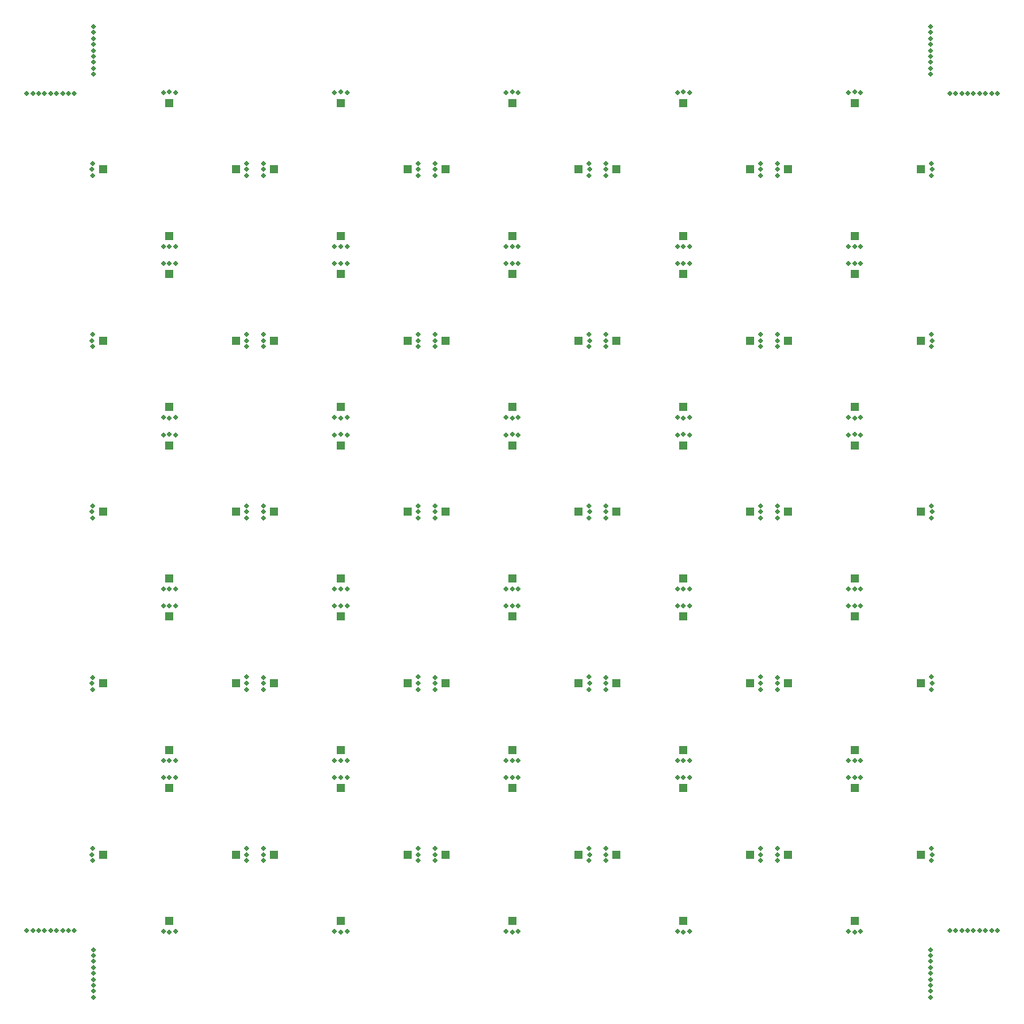
<source format=gbs>
%TF.GenerationSoftware,KiCad,Pcbnew,7.0.5-1.fc38*%
%TF.CreationDate,2023-07-07T14:20:18-04:00*%
%TF.ProjectId,bno085-i2c-board-v3-large-panel,626e6f30-3835-42d6-9932-632d626f6172,rev?*%
%TF.SameCoordinates,Original*%
%TF.FileFunction,Soldermask,Bot*%
%TF.FilePolarity,Negative*%
%FSLAX46Y46*%
G04 Gerber Fmt 4.6, Leading zero omitted, Abs format (unit mm)*
G04 Created by KiCad (PCBNEW 7.0.5-1.fc38) date 2023-07-07 14:20:18*
%MOMM*%
%LPD*%
G01*
G04 APERTURE LIST*
%ADD10C,0.500000*%
%ADD11R,0.850000X0.850000*%
G04 APERTURE END LIST*
D10*
%TO.C,REF\u002A\u002A*%
X183865552Y-44901258D03*
%TD*%
%TO.C,REF\u002A\u002A*%
X130501684Y-62876288D03*
%TD*%
%TO.C,REF\u002A\u002A*%
X129865552Y-43097517D03*
%TD*%
%TO.C,REF\u002A\u002A*%
X111865553Y-98901258D03*
%TD*%
D11*
%TO.C,J2*%
X148498776Y-59999388D03*
%TD*%
D10*
%TO.C,REF\u002A\u002A*%
X156596275Y-107637058D03*
%TD*%
%TO.C,REF\u002A\u002A*%
X165865552Y-79097517D03*
%TD*%
%TO.C,REF\u002A\u002A*%
X101251224Y-114998775D03*
%TD*%
%TO.C,REF\u002A\u002A*%
X147865552Y-43097517D03*
%TD*%
%TO.C,REF\u002A\u002A*%
X130501685Y-43122525D03*
%TD*%
%TO.C,REF\u002A\u002A*%
X166501684Y-79122487D03*
%TD*%
D11*
%TO.C,J4*%
X137498776Y-88999388D03*
%TD*%
%TO.C,J1*%
X112498776Y-99999388D03*
%TD*%
D10*
%TO.C,REF\u002A\u002A*%
X104399603Y-70363107D03*
%TD*%
%TO.C,REF\u002A\u002A*%
X148501684Y-61122487D03*
%TD*%
%TO.C,REF\u002A\u002A*%
X111865553Y-44901258D03*
%TD*%
%TO.C,REF\u002A\u002A*%
X194498776Y-114998775D03*
%TD*%
%TO.C,REF\u002A\u002A*%
X120623662Y-34999387D03*
%TD*%
%TO.C,REF\u002A\u002A*%
X131137922Y-98900855D03*
%TD*%
%TO.C,REF\u002A\u002A*%
X138596275Y-70361717D03*
%TD*%
D11*
%TO.C,J1*%
X130498776Y-27999388D03*
%TD*%
D10*
%TO.C,REF\u002A\u002A*%
X129865552Y-26901259D03*
%TD*%
%TO.C,REF\u002A\u002A*%
X122399464Y-71635681D03*
%TD*%
%TO.C,REF\u002A\u002A*%
X111865553Y-115097517D03*
%TD*%
%TO.C,REF\u002A\u002A*%
X176399602Y-34363108D03*
%TD*%
D11*
%TO.C,J2*%
X130498776Y-113999388D03*
%TD*%
D10*
%TO.C,REF\u002A\u002A*%
X174596275Y-88361717D03*
%TD*%
%TO.C,REF\u002A\u002A*%
X183865552Y-43097517D03*
%TD*%
D11*
%TO.C,J2*%
X112498776Y-59999388D03*
%TD*%
%TO.C,J2*%
X166498776Y-113999388D03*
%TD*%
D10*
%TO.C,REF\u002A\u002A*%
X147865552Y-80901258D03*
%TD*%
%TO.C,REF\u002A\u002A*%
X122376223Y-34999388D03*
%TD*%
%TO.C,REF\u002A\u002A*%
X140376223Y-106999387D03*
%TD*%
%TO.C,REF\u002A\u002A*%
X129865552Y-44901258D03*
%TD*%
%TO.C,REF\u002A\u002A*%
X185137920Y-43097897D03*
%TD*%
%TO.C,REF\u002A\u002A*%
X104501224Y-119498776D03*
%TD*%
%TO.C,REF\u002A\u002A*%
X140399602Y-34363108D03*
%TD*%
%TO.C,REF\u002A\u002A*%
X156623662Y-106999386D03*
%TD*%
D11*
%TO.C,J1*%
X166498776Y-99999388D03*
%TD*%
D10*
%TO.C,REF\u002A\u002A*%
X149137922Y-44900855D03*
%TD*%
%TO.C,REF\u002A\u002A*%
X120596275Y-52361717D03*
%TD*%
D11*
%TO.C,J4*%
X191498776Y-70999388D03*
%TD*%
D10*
%TO.C,REF\u002A\u002A*%
X198248776Y-114998775D03*
%TD*%
D11*
%TO.C,J3*%
X177498776Y-52999388D03*
%TD*%
D10*
%TO.C,REF\u002A\u002A*%
X113137922Y-26900856D03*
%TD*%
%TO.C,REF\u002A\u002A*%
X104376299Y-70999387D03*
%TD*%
%TO.C,REF\u002A\u002A*%
X185137920Y-115097897D03*
%TD*%
%TO.C,REF\u002A\u002A*%
X131137920Y-43097897D03*
%TD*%
%TO.C,REF\u002A\u002A*%
X129865552Y-79097517D03*
%TD*%
%TO.C,REF\u002A\u002A*%
X183865552Y-80901258D03*
%TD*%
%TO.C,REF\u002A\u002A*%
X101251224Y-27000000D03*
%TD*%
%TO.C,REF\u002A\u002A*%
X192596275Y-71637058D03*
%TD*%
%TO.C,REF\u002A\u002A*%
X104399603Y-34363108D03*
%TD*%
%TO.C,REF\u002A\u002A*%
X140399464Y-53635681D03*
%TD*%
D11*
%TO.C,J2*%
X148498776Y-95999388D03*
%TD*%
D10*
%TO.C,REF\u002A\u002A*%
X185137920Y-26900879D03*
%TD*%
%TO.C,REF\u002A\u002A*%
X140399464Y-107635681D03*
%TD*%
D11*
%TO.C,J2*%
X148498776Y-77999388D03*
%TD*%
%TO.C,J3*%
X141498776Y-34999388D03*
%TD*%
D10*
%TO.C,REF\u002A\u002A*%
X192498775Y-120123776D03*
%TD*%
%TO.C,REF\u002A\u002A*%
X185137922Y-62900855D03*
%TD*%
%TO.C,REF\u002A\u002A*%
X156596275Y-52361717D03*
%TD*%
D11*
%TO.C,J1*%
X130498776Y-45999388D03*
%TD*%
D10*
%TO.C,REF\u002A\u002A*%
X156596275Y-88361717D03*
%TD*%
%TO.C,REF\u002A\u002A*%
X131137922Y-44900855D03*
%TD*%
%TO.C,REF\u002A\u002A*%
X192596275Y-89637058D03*
%TD*%
%TO.C,REF\u002A\u002A*%
X97501224Y-27000000D03*
%TD*%
%TO.C,REF\u002A\u002A*%
X174623662Y-106999386D03*
%TD*%
%TO.C,REF\u002A\u002A*%
X140399602Y-106363107D03*
%TD*%
%TO.C,REF\u002A\u002A*%
X165865552Y-115097517D03*
%TD*%
%TO.C,REF\u002A\u002A*%
X148501684Y-97122487D03*
%TD*%
%TO.C,REF\u002A\u002A*%
X130501684Y-80876288D03*
%TD*%
%TO.C,REF\u002A\u002A*%
X174623662Y-88999386D03*
%TD*%
%TO.C,REF\u002A\u002A*%
X183865552Y-62901258D03*
%TD*%
D11*
%TO.C,J3*%
X159498776Y-52999388D03*
%TD*%
D10*
%TO.C,REF\u002A\u002A*%
X140399602Y-52363107D03*
%TD*%
%TO.C,REF\u002A\u002A*%
X158399464Y-89635681D03*
%TD*%
%TO.C,REF\u002A\u002A*%
X198873776Y-27000000D03*
%TD*%
%TO.C,REF\u002A\u002A*%
X122399602Y-70363107D03*
%TD*%
%TO.C,REF\u002A\u002A*%
X138596275Y-52361717D03*
%TD*%
D11*
%TO.C,J4*%
X173498776Y-70999388D03*
%TD*%
D10*
%TO.C,REF\u002A\u002A*%
X198873776Y-114998775D03*
%TD*%
%TO.C,REF\u002A\u002A*%
X165865552Y-43097517D03*
%TD*%
%TO.C,REF\u002A\u002A*%
X122376223Y-52999387D03*
%TD*%
%TO.C,REF\u002A\u002A*%
X156623662Y-70999386D03*
%TD*%
%TO.C,REF\u002A\u002A*%
X147865552Y-97097517D03*
%TD*%
D11*
%TO.C,J1*%
X112498776Y-27999388D03*
%TD*%
D10*
%TO.C,REF\u002A\u002A*%
X138623662Y-70999386D03*
%TD*%
%TO.C,REF\u002A\u002A*%
X156596275Y-71637058D03*
%TD*%
%TO.C,REF\u002A\u002A*%
X111865553Y-80901258D03*
%TD*%
%TO.C,REF\u002A\u002A*%
X104501224Y-25000000D03*
%TD*%
%TO.C,REF\u002A\u002A*%
X167137922Y-98900855D03*
%TD*%
%TO.C,REF\u002A\u002A*%
X165865552Y-44901258D03*
%TD*%
%TO.C,REF\u002A\u002A*%
X167137920Y-115097897D03*
%TD*%
%TO.C,REF\u002A\u002A*%
X165865552Y-26901259D03*
%TD*%
%TO.C,REF\u002A\u002A*%
X158376298Y-34999388D03*
%TD*%
%TO.C,REF\u002A\u002A*%
X166501684Y-61122487D03*
%TD*%
%TO.C,REF\u002A\u002A*%
X149137920Y-43097897D03*
%TD*%
%TO.C,REF\u002A\u002A*%
X147865552Y-79097517D03*
%TD*%
%TO.C,REF\u002A\u002A*%
X140399464Y-89635681D03*
%TD*%
D11*
%TO.C,J3*%
X123498776Y-52999388D03*
%TD*%
%TO.C,J3*%
X141498776Y-106999388D03*
%TD*%
D10*
%TO.C,REF\u002A\u002A*%
X196998776Y-114998775D03*
%TD*%
%TO.C,REF\u002A\u002A*%
X192498775Y-22500000D03*
%TD*%
%TO.C,REF\u002A\u002A*%
X192596275Y-52361717D03*
%TD*%
D11*
%TO.C,J2*%
X130498776Y-77999388D03*
%TD*%
D10*
%TO.C,REF\u002A\u002A*%
X104399603Y-106363107D03*
%TD*%
%TO.C,REF\u002A\u002A*%
X122399464Y-89635681D03*
%TD*%
%TO.C,REF\u002A\u002A*%
X174623662Y-52999386D03*
%TD*%
%TO.C,REF\u002A\u002A*%
X130501684Y-98876288D03*
%TD*%
%TO.C,REF\u002A\u002A*%
X167137922Y-44900855D03*
%TD*%
D11*
%TO.C,J4*%
X173498776Y-88999388D03*
%TD*%
D10*
%TO.C,REF\u002A\u002A*%
X104501224Y-22500000D03*
%TD*%
%TO.C,REF\u002A\u002A*%
X192623662Y-70999386D03*
%TD*%
%TO.C,REF\u002A\u002A*%
X129865552Y-61097517D03*
%TD*%
D11*
%TO.C,J3*%
X123498776Y-106999388D03*
%TD*%
D10*
%TO.C,REF\u002A\u002A*%
X174623662Y-70999386D03*
%TD*%
%TO.C,REF\u002A\u002A*%
X176399464Y-107635681D03*
%TD*%
%TO.C,REF\u002A\u002A*%
X156596275Y-106361717D03*
%TD*%
%TO.C,REF\u002A\u002A*%
X167137922Y-26900856D03*
%TD*%
D11*
%TO.C,J2*%
X184498776Y-113999388D03*
%TD*%
D10*
%TO.C,REF\u002A\u002A*%
X112501685Y-115122525D03*
%TD*%
D11*
%TO.C,J4*%
X137498776Y-70999388D03*
%TD*%
D10*
%TO.C,REF\u002A\u002A*%
X192498775Y-25000000D03*
%TD*%
D11*
%TO.C,J3*%
X141498776Y-70999388D03*
%TD*%
D10*
%TO.C,REF\u002A\u002A*%
X176399602Y-88363107D03*
%TD*%
%TO.C,REF\u002A\u002A*%
X147865552Y-44901258D03*
%TD*%
%TO.C,REF\u002A\u002A*%
X99376224Y-27000000D03*
%TD*%
%TO.C,REF\u002A\u002A*%
X130501684Y-97122487D03*
%TD*%
D11*
%TO.C,J2*%
X148498776Y-113999388D03*
%TD*%
D10*
%TO.C,REF\u002A\u002A*%
X192623662Y-106999386D03*
%TD*%
%TO.C,REF\u002A\u002A*%
X165865552Y-97097517D03*
%TD*%
%TO.C,REF\u002A\u002A*%
X183865552Y-115097517D03*
%TD*%
D11*
%TO.C,J3*%
X141498776Y-88999388D03*
%TD*%
D10*
%TO.C,REF\u002A\u002A*%
X176399464Y-35635681D03*
%TD*%
D11*
%TO.C,J2*%
X184498776Y-95999388D03*
%TD*%
D10*
%TO.C,REF\u002A\u002A*%
X112501684Y-98876288D03*
%TD*%
D11*
%TO.C,J4*%
X155498776Y-52999388D03*
%TD*%
D10*
%TO.C,REF\u002A\u002A*%
X129865552Y-62901258D03*
%TD*%
%TO.C,REF\u002A\u002A*%
X166501685Y-43122525D03*
%TD*%
%TO.C,REF\u002A\u002A*%
X120596275Y-107637058D03*
%TD*%
%TO.C,REF\u002A\u002A*%
X192498775Y-20000000D03*
%TD*%
%TO.C,REF\u002A\u002A*%
X183865552Y-26901259D03*
%TD*%
%TO.C,REF\u002A\u002A*%
X112501684Y-97122487D03*
%TD*%
%TO.C,REF\u002A\u002A*%
X158399464Y-35635681D03*
%TD*%
%TO.C,REF\u002A\u002A*%
X120596275Y-71637058D03*
%TD*%
D11*
%TO.C,J1*%
X166498776Y-27999388D03*
%TD*%
%TO.C,J2*%
X166498776Y-41999388D03*
%TD*%
D10*
%TO.C,REF\u002A\u002A*%
X176376298Y-106999387D03*
%TD*%
%TO.C,REF\u002A\u002A*%
X120623662Y-52999386D03*
%TD*%
%TO.C,REF\u002A\u002A*%
X174596275Y-34361718D03*
%TD*%
%TO.C,REF\u002A\u002A*%
X167137920Y-43097897D03*
%TD*%
%TO.C,REF\u002A\u002A*%
X113137920Y-115097897D03*
%TD*%
%TO.C,REF\u002A\u002A*%
X111865553Y-79097517D03*
%TD*%
D11*
%TO.C,J4*%
X191498776Y-52999388D03*
%TD*%
D10*
%TO.C,REF\u002A\u002A*%
X192623662Y-52999386D03*
%TD*%
%TO.C,REF\u002A\u002A*%
X99376224Y-114998775D03*
%TD*%
%TO.C,REF\u002A\u002A*%
X104399603Y-52363107D03*
%TD*%
%TO.C,REF\u002A\u002A*%
X196373776Y-114998775D03*
%TD*%
%TO.C,REF\u002A\u002A*%
X122399464Y-35635681D03*
%TD*%
%TO.C,REF\u002A\u002A*%
X148501685Y-43122525D03*
%TD*%
%TO.C,REF\u002A\u002A*%
X174596275Y-106361717D03*
%TD*%
%TO.C,REF\u002A\u002A*%
X185137922Y-61097920D03*
%TD*%
%TO.C,REF\u002A\u002A*%
X104501224Y-118248776D03*
%TD*%
D11*
%TO.C,J3*%
X123498776Y-88999388D03*
%TD*%
D10*
%TO.C,REF\u002A\u002A*%
X149137922Y-98900855D03*
%TD*%
%TO.C,REF\u002A\u002A*%
X158399464Y-71635681D03*
%TD*%
%TO.C,REF\u002A\u002A*%
X167137922Y-62900855D03*
%TD*%
%TO.C,REF\u002A\u002A*%
X138623662Y-52999386D03*
%TD*%
%TO.C,REF\u002A\u002A*%
X158376298Y-88999387D03*
%TD*%
%TO.C,REF\u002A\u002A*%
X192623662Y-34999387D03*
%TD*%
%TO.C,REF\u002A\u002A*%
X165865552Y-98901258D03*
%TD*%
D11*
%TO.C,J4*%
X173498776Y-34999388D03*
%TD*%
D10*
%TO.C,REF\u002A\u002A*%
X156623662Y-34999387D03*
%TD*%
%TO.C,REF\u002A\u002A*%
X129865552Y-98901258D03*
%TD*%
%TO.C,REF\u002A\u002A*%
X166501684Y-98876288D03*
%TD*%
%TO.C,REF\u002A\u002A*%
X174596275Y-53637058D03*
%TD*%
%TO.C,REF\u002A\u002A*%
X131137922Y-80900855D03*
%TD*%
%TO.C,REF\u002A\u002A*%
X184501685Y-43122525D03*
%TD*%
%TO.C,REF\u002A\u002A*%
X104399465Y-71635681D03*
%TD*%
%TO.C,REF\u002A\u002A*%
X122399602Y-106363107D03*
%TD*%
%TO.C,REF\u002A\u002A*%
X104501224Y-120123776D03*
%TD*%
%TO.C,REF\u002A\u002A*%
X166501684Y-26876289D03*
%TD*%
D11*
%TO.C,J3*%
X105498776Y-34999388D03*
%TD*%
D10*
%TO.C,REF\u002A\u002A*%
X184501684Y-80876288D03*
%TD*%
%TO.C,REF\u002A\u002A*%
X111865553Y-61097517D03*
%TD*%
%TO.C,REF\u002A\u002A*%
X112501684Y-26876289D03*
%TD*%
%TO.C,REF\u002A\u002A*%
X100001224Y-114998775D03*
%TD*%
%TO.C,REF\u002A\u002A*%
X184501684Y-62876288D03*
%TD*%
D11*
%TO.C,J1*%
X112498776Y-45999388D03*
%TD*%
%TO.C,J3*%
X159498776Y-70999388D03*
%TD*%
D10*
%TO.C,REF\u002A\u002A*%
X158399602Y-52363107D03*
%TD*%
%TO.C,REF\u002A\u002A*%
X120623662Y-88999386D03*
%TD*%
D11*
%TO.C,J3*%
X141498776Y-52999388D03*
%TD*%
%TO.C,J3*%
X105498776Y-88999388D03*
%TD*%
D10*
%TO.C,REF\u002A\u002A*%
X185137922Y-80900855D03*
%TD*%
%TO.C,REF\u002A\u002A*%
X130501684Y-26876289D03*
%TD*%
%TO.C,REF\u002A\u002A*%
X197623776Y-27000000D03*
%TD*%
%TO.C,REF\u002A\u002A*%
X192596275Y-107637058D03*
%TD*%
D11*
%TO.C,J4*%
X173498776Y-106999388D03*
%TD*%
D10*
%TO.C,REF\u002A\u002A*%
X166501684Y-97122487D03*
%TD*%
D11*
%TO.C,J4*%
X137498776Y-34999388D03*
%TD*%
D10*
%TO.C,REF\u002A\u002A*%
X195123776Y-27000000D03*
%TD*%
%TO.C,REF\u002A\u002A*%
X158399602Y-70363107D03*
%TD*%
%TO.C,REF\u002A\u002A*%
X192596275Y-34361718D03*
%TD*%
%TO.C,REF\u002A\u002A*%
X192596275Y-53637058D03*
%TD*%
%TO.C,REF\u002A\u002A*%
X122376223Y-106999387D03*
%TD*%
D11*
%TO.C,J3*%
X123498776Y-34999388D03*
%TD*%
D10*
%TO.C,REF\u002A\u002A*%
X156596275Y-70361717D03*
%TD*%
%TO.C,REF\u002A\u002A*%
X138596275Y-53637058D03*
%TD*%
%TO.C,REF\u002A\u002A*%
X167137922Y-80900855D03*
%TD*%
%TO.C,REF\u002A\u002A*%
X111865553Y-26901259D03*
%TD*%
D11*
%TO.C,J2*%
X184498776Y-59999388D03*
%TD*%
%TO.C,J3*%
X105498776Y-70999388D03*
%TD*%
D10*
%TO.C,REF\u002A\u002A*%
X122399602Y-88363107D03*
%TD*%
%TO.C,REF\u002A\u002A*%
X112501684Y-79122487D03*
%TD*%
%TO.C,REF\u002A\u002A*%
X138623662Y-34999387D03*
%TD*%
%TO.C,REF\u002A\u002A*%
X122399464Y-53635681D03*
%TD*%
%TO.C,REF\u002A\u002A*%
X148501685Y-115122525D03*
%TD*%
%TO.C,REF\u002A\u002A*%
X166501684Y-62876288D03*
%TD*%
%TO.C,REF\u002A\u002A*%
X120596275Y-89637058D03*
%TD*%
%TO.C,REF\u002A\u002A*%
X102501224Y-27000000D03*
%TD*%
%TO.C,REF\u002A\u002A*%
X102501224Y-114998775D03*
%TD*%
%TO.C,REF\u002A\u002A*%
X104376299Y-52999387D03*
%TD*%
%TO.C,REF\u002A\u002A*%
X131137922Y-97097920D03*
%TD*%
D11*
%TO.C,J3*%
X159498776Y-34999388D03*
%TD*%
D10*
%TO.C,REF\u002A\u002A*%
X184501685Y-26876251D03*
%TD*%
%TO.C,REF\u002A\u002A*%
X98126224Y-27000000D03*
%TD*%
%TO.C,REF\u002A\u002A*%
X192596275Y-106361717D03*
%TD*%
%TO.C,REF\u002A\u002A*%
X111865553Y-97097517D03*
%TD*%
D11*
%TO.C,J3*%
X105498776Y-106999388D03*
%TD*%
D10*
%TO.C,REF\u002A\u002A*%
X140376223Y-52999387D03*
%TD*%
%TO.C,REF\u002A\u002A*%
X176399464Y-71635681D03*
%TD*%
%TO.C,REF\u002A\u002A*%
X98126224Y-114998775D03*
%TD*%
%TO.C,REF\u002A\u002A*%
X140399464Y-71635681D03*
%TD*%
%TO.C,REF\u002A\u002A*%
X167137922Y-61097920D03*
%TD*%
%TO.C,REF\u002A\u002A*%
X183865552Y-79097517D03*
%TD*%
D11*
%TO.C,J3*%
X177498776Y-88999388D03*
%TD*%
D10*
%TO.C,REF\u002A\u002A*%
X174596275Y-89637058D03*
%TD*%
%TO.C,REF\u002A\u002A*%
X176376298Y-34999388D03*
%TD*%
%TO.C,REF\u002A\u002A*%
X149137922Y-79097920D03*
%TD*%
D11*
%TO.C,J1*%
X130498776Y-99999388D03*
%TD*%
D10*
%TO.C,REF\u002A\u002A*%
X130501685Y-115122525D03*
%TD*%
%TO.C,REF\u002A\u002A*%
X140399464Y-35635681D03*
%TD*%
%TO.C,REF\u002A\u002A*%
X147865552Y-61097517D03*
%TD*%
%TO.C,REF\u002A\u002A*%
X112501685Y-43122525D03*
%TD*%
%TO.C,REF\u002A\u002A*%
X174596275Y-35637058D03*
%TD*%
%TO.C,REF\u002A\u002A*%
X98751224Y-27000000D03*
%TD*%
%TO.C,REF\u002A\u002A*%
X138596275Y-34361718D03*
%TD*%
D11*
%TO.C,J1*%
X184498776Y-63999388D03*
%TD*%
D10*
%TO.C,REF\u002A\u002A*%
X184501685Y-115122525D03*
%TD*%
%TO.C,REF\u002A\u002A*%
X104501224Y-20625000D03*
%TD*%
%TO.C,REF\u002A\u002A*%
X192498775Y-120748776D03*
%TD*%
%TO.C,REF\u002A\u002A*%
X111865553Y-43097517D03*
%TD*%
%TO.C,REF\u002A\u002A*%
X148501684Y-80876288D03*
%TD*%
%TO.C,REF\u002A\u002A*%
X185137922Y-97097920D03*
%TD*%
%TO.C,REF\u002A\u002A*%
X148501684Y-79122487D03*
%TD*%
%TO.C,REF\u002A\u002A*%
X183865552Y-61097517D03*
%TD*%
%TO.C,REF\u002A\u002A*%
X195123776Y-114998775D03*
%TD*%
D11*
%TO.C,J3*%
X105498776Y-52999388D03*
%TD*%
D10*
%TO.C,REF\u002A\u002A*%
X113137922Y-79097920D03*
%TD*%
%TO.C,REF\u002A\u002A*%
X112501684Y-62876288D03*
%TD*%
%TO.C,REF\u002A\u002A*%
X104399465Y-107635681D03*
%TD*%
%TO.C,REF\u002A\u002A*%
X131137922Y-79097920D03*
%TD*%
%TO.C,REF\u002A\u002A*%
X120596275Y-88361717D03*
%TD*%
%TO.C,REF\u002A\u002A*%
X192498775Y-23750000D03*
%TD*%
D11*
%TO.C,J2*%
X112498776Y-77999388D03*
%TD*%
D10*
%TO.C,REF\u002A\u002A*%
X122399464Y-107635681D03*
%TD*%
D11*
%TO.C,J1*%
X148498776Y-81999388D03*
%TD*%
D10*
%TO.C,REF\u002A\u002A*%
X147865552Y-115097517D03*
%TD*%
%TO.C,REF\u002A\u002A*%
X131137920Y-115097897D03*
%TD*%
%TO.C,REF\u002A\u002A*%
X129865552Y-115097517D03*
%TD*%
%TO.C,REF\u002A\u002A*%
X158399602Y-106363107D03*
%TD*%
%TO.C,REF\u002A\u002A*%
X113137922Y-97097920D03*
%TD*%
%TO.C,REF\u002A\u002A*%
X166501684Y-80876288D03*
%TD*%
%TO.C,REF\u002A\u002A*%
X156596275Y-35637058D03*
%TD*%
%TO.C,REF\u002A\u002A*%
X184501684Y-61122487D03*
%TD*%
D11*
%TO.C,J2*%
X148498776Y-41999388D03*
%TD*%
D10*
%TO.C,REF\u002A\u002A*%
X138596275Y-106361717D03*
%TD*%
D11*
%TO.C,J1*%
X130498776Y-63999388D03*
%TD*%
D10*
%TO.C,REF\u002A\u002A*%
X120596275Y-70361717D03*
%TD*%
%TO.C,REF\u002A\u002A*%
X192498775Y-24375000D03*
%TD*%
%TO.C,REF\u002A\u002A*%
X113137922Y-61097920D03*
%TD*%
D11*
%TO.C,J2*%
X112498776Y-95999388D03*
%TD*%
D10*
%TO.C,REF\u002A\u002A*%
X122399602Y-34363108D03*
%TD*%
%TO.C,REF\u002A\u002A*%
X176399464Y-53635681D03*
%TD*%
%TO.C,REF\u002A\u002A*%
X131137922Y-61097920D03*
%TD*%
%TO.C,REF\u002A\u002A*%
X147865552Y-26901259D03*
%TD*%
%TO.C,REF\u002A\u002A*%
X130501684Y-79122487D03*
%TD*%
%TO.C,REF\u002A\u002A*%
X138596275Y-107637058D03*
%TD*%
D11*
%TO.C,J2*%
X184498776Y-77999388D03*
%TD*%
%TO.C,J3*%
X177498776Y-34999388D03*
%TD*%
D10*
%TO.C,REF\u002A\u002A*%
X112501684Y-44876288D03*
%TD*%
%TO.C,REF\u002A\u002A*%
X138596275Y-71637058D03*
%TD*%
%TO.C,REF\u002A\u002A*%
X176376298Y-70999387D03*
%TD*%
%TO.C,REF\u002A\u002A*%
X176376298Y-88999387D03*
%TD*%
%TO.C,REF\u002A\u002A*%
X156596275Y-53637058D03*
%TD*%
%TO.C,REF\u002A\u002A*%
X156596275Y-34361718D03*
%TD*%
%TO.C,REF\u002A\u002A*%
X113137922Y-44900855D03*
%TD*%
%TO.C,REF\u002A\u002A*%
X100626224Y-27000000D03*
%TD*%
%TO.C,REF\u002A\u002A*%
X192596275Y-35637058D03*
%TD*%
D11*
%TO.C,J4*%
X155498776Y-70999388D03*
%TD*%
D10*
%TO.C,REF\u002A\u002A*%
X192498775Y-118248776D03*
%TD*%
D11*
%TO.C,J4*%
X119498776Y-70999388D03*
%TD*%
%TO.C,J2*%
X130498776Y-59999388D03*
%TD*%
%TO.C,J3*%
X159498776Y-88999388D03*
%TD*%
D10*
%TO.C,REF\u002A\u002A*%
X174596275Y-71637058D03*
%TD*%
%TO.C,REF\u002A\u002A*%
X194498776Y-27000000D03*
%TD*%
%TO.C,REF\u002A\u002A*%
X184501684Y-79122487D03*
%TD*%
%TO.C,REF\u002A\u002A*%
X100626224Y-114998775D03*
%TD*%
D11*
%TO.C,J4*%
X173498776Y-52999388D03*
%TD*%
D10*
%TO.C,REF\u002A\u002A*%
X104501224Y-21250000D03*
%TD*%
D11*
%TO.C,J2*%
X130498776Y-95999388D03*
%TD*%
D10*
%TO.C,REF\u002A\u002A*%
X130501684Y-61122487D03*
%TD*%
%TO.C,REF\u002A\u002A*%
X176376298Y-52999387D03*
%TD*%
D11*
%TO.C,J4*%
X119498776Y-34999388D03*
%TD*%
%TO.C,J1*%
X184498776Y-99999388D03*
%TD*%
%TO.C,J1*%
X184498776Y-45999388D03*
%TD*%
D10*
%TO.C,REF\u002A\u002A*%
X104501224Y-116998776D03*
%TD*%
%TO.C,REF\u002A\u002A*%
X176399602Y-70363107D03*
%TD*%
D11*
%TO.C,J4*%
X155498776Y-88999388D03*
%TD*%
D10*
%TO.C,REF\u002A\u002A*%
X158399464Y-53635681D03*
%TD*%
D11*
%TO.C,J4*%
X119498776Y-106999388D03*
%TD*%
D10*
%TO.C,REF\u002A\u002A*%
X138596275Y-88361717D03*
%TD*%
%TO.C,REF\u002A\u002A*%
X140376223Y-34999388D03*
%TD*%
%TO.C,REF\u002A\u002A*%
X112501684Y-61122487D03*
%TD*%
%TO.C,REF\u002A\u002A*%
X104501224Y-24375000D03*
%TD*%
D11*
%TO.C,J2*%
X166498776Y-95999388D03*
%TD*%
D10*
%TO.C,REF\u002A\u002A*%
X138596275Y-89637058D03*
%TD*%
%TO.C,REF\u002A\u002A*%
X158399602Y-34363108D03*
%TD*%
%TO.C,REF\u002A\u002A*%
X149137920Y-115097897D03*
%TD*%
%TO.C,REF\u002A\u002A*%
X185137922Y-98900855D03*
%TD*%
%TO.C,REF\u002A\u002A*%
X148501684Y-44876288D03*
%TD*%
%TO.C,REF\u002A\u002A*%
X196373776Y-27000000D03*
%TD*%
D11*
%TO.C,J2*%
X130498776Y-41999388D03*
%TD*%
D10*
%TO.C,REF\u002A\u002A*%
X174596275Y-107637058D03*
%TD*%
D11*
%TO.C,J3*%
X177498776Y-106999388D03*
%TD*%
D10*
%TO.C,REF\u002A\u002A*%
X104501224Y-117623776D03*
%TD*%
%TO.C,REF\u002A\u002A*%
X183865552Y-98901258D03*
%TD*%
%TO.C,REF\u002A\u002A*%
X149137922Y-26900856D03*
%TD*%
%TO.C,REF\u002A\u002A*%
X185137922Y-79097920D03*
%TD*%
%TO.C,REF\u002A\u002A*%
X196998776Y-27000000D03*
%TD*%
%TO.C,REF\u002A\u002A*%
X184501684Y-97122487D03*
%TD*%
%TO.C,REF\u002A\u002A*%
X192498775Y-116998776D03*
%TD*%
%TO.C,REF\u002A\u002A*%
X120623662Y-106999386D03*
%TD*%
D11*
%TO.C,J4*%
X119498776Y-88999388D03*
%TD*%
D10*
%TO.C,REF\u002A\u002A*%
X174596275Y-52361717D03*
%TD*%
D11*
%TO.C,J1*%
X148498776Y-63999388D03*
%TD*%
%TO.C,J3*%
X177498776Y-70999388D03*
%TD*%
D10*
%TO.C,REF\u002A\u002A*%
X166501685Y-115122525D03*
%TD*%
D11*
%TO.C,J1*%
X166498776Y-81999388D03*
%TD*%
D10*
%TO.C,REF\u002A\u002A*%
X167137922Y-97097920D03*
%TD*%
%TO.C,REF\u002A\u002A*%
X174596275Y-70361717D03*
%TD*%
D11*
%TO.C,J2*%
X166498776Y-77999388D03*
%TD*%
D10*
%TO.C,REF\u002A\u002A*%
X104376299Y-106999387D03*
%TD*%
%TO.C,REF\u002A\u002A*%
X198248776Y-27000000D03*
%TD*%
%TO.C,REF\u002A\u002A*%
X192623662Y-88999386D03*
%TD*%
%TO.C,REF\u002A\u002A*%
X199498776Y-114998775D03*
%TD*%
D11*
%TO.C,J2*%
X112498776Y-113999388D03*
%TD*%
D10*
%TO.C,REF\u002A\u002A*%
X158399602Y-88363107D03*
%TD*%
D11*
%TO.C,J4*%
X155498776Y-106999388D03*
%TD*%
D10*
%TO.C,REF\u002A\u002A*%
X98751224Y-114998775D03*
%TD*%
%TO.C,REF\u002A\u002A*%
X120596275Y-53637058D03*
%TD*%
%TO.C,REF\u002A\u002A*%
X149137922Y-62900855D03*
%TD*%
%TO.C,REF\u002A\u002A*%
X101876224Y-27000000D03*
%TD*%
%TO.C,REF\u002A\u002A*%
X192498775Y-119498776D03*
%TD*%
D11*
%TO.C,J4*%
X119498776Y-52999388D03*
%TD*%
D10*
%TO.C,REF\u002A\u002A*%
X192596275Y-70361717D03*
%TD*%
D11*
%TO.C,J1*%
X148498776Y-99999388D03*
%TD*%
D10*
%TO.C,REF\u002A\u002A*%
X111865553Y-62901258D03*
%TD*%
%TO.C,REF\u002A\u002A*%
X104501224Y-21875000D03*
%TD*%
%TO.C,REF\u002A\u002A*%
X104399465Y-89635681D03*
%TD*%
%TO.C,REF\u002A\u002A*%
X113137922Y-98900855D03*
%TD*%
%TO.C,REF\u002A\u002A*%
X167137922Y-79097920D03*
%TD*%
%TO.C,REF\u002A\u002A*%
X149137922Y-61097920D03*
%TD*%
%TO.C,REF\u002A\u002A*%
X197623776Y-114998775D03*
%TD*%
%TO.C,REF\u002A\u002A*%
X149137922Y-80900855D03*
%TD*%
%TO.C,REF\u002A\u002A*%
X192498775Y-118873776D03*
%TD*%
%TO.C,REF\u002A\u002A*%
X156596275Y-89637058D03*
%TD*%
D11*
%TO.C,J3*%
X123498776Y-70999388D03*
%TD*%
%TO.C,J1*%
X166498776Y-45999388D03*
%TD*%
D10*
%TO.C,REF\u002A\u002A*%
X131137922Y-62900855D03*
%TD*%
%TO.C,REF\u002A\u002A*%
X122399602Y-52363107D03*
%TD*%
D11*
%TO.C,J4*%
X191498776Y-106999388D03*
%TD*%
D10*
%TO.C,REF\u002A\u002A*%
X192498775Y-117623776D03*
%TD*%
%TO.C,REF\u002A\u002A*%
X165865552Y-80901258D03*
%TD*%
%TO.C,REF\u002A\u002A*%
X104399465Y-35635681D03*
%TD*%
%TO.C,REF\u002A\u002A*%
X156623662Y-88999386D03*
%TD*%
%TO.C,REF\u002A\u002A*%
X176399602Y-52363107D03*
%TD*%
%TO.C,REF\u002A\u002A*%
X104501224Y-121373776D03*
%TD*%
%TO.C,REF\u002A\u002A*%
X104501224Y-121998776D03*
%TD*%
%TO.C,REF\u002A\u002A*%
X192596275Y-88361717D03*
%TD*%
D11*
%TO.C,J1*%
X148498776Y-27999388D03*
%TD*%
%TO.C,J1*%
X112498776Y-63999388D03*
%TD*%
D10*
%TO.C,REF\u002A\u002A*%
X112501684Y-80876288D03*
%TD*%
%TO.C,REF\u002A\u002A*%
X158376298Y-52999387D03*
%TD*%
D11*
%TO.C,J4*%
X191498776Y-88999388D03*
%TD*%
D10*
%TO.C,REF\u002A\u002A*%
X192498775Y-121373776D03*
%TD*%
%TO.C,REF\u002A\u002A*%
X165865552Y-61097517D03*
%TD*%
%TO.C,REF\u002A\u002A*%
X104501224Y-118873776D03*
%TD*%
%TO.C,REF\u002A\u002A*%
X158376298Y-70999387D03*
%TD*%
%TO.C,REF\u002A\u002A*%
X101876224Y-114998775D03*
%TD*%
D11*
%TO.C,J1*%
X184498776Y-81999388D03*
%TD*%
%TO.C,J4*%
X191498776Y-34999388D03*
%TD*%
%TO.C,J1*%
X112498776Y-81999388D03*
%TD*%
D10*
%TO.C,REF\u002A\u002A*%
X104376299Y-88999387D03*
%TD*%
%TO.C,REF\u002A\u002A*%
X120596275Y-35637058D03*
%TD*%
D11*
%TO.C,J2*%
X166498776Y-59999388D03*
%TD*%
%TO.C,J1*%
X130498776Y-81999388D03*
%TD*%
D10*
%TO.C,REF\u002A\u002A*%
X176399464Y-89635681D03*
%TD*%
%TO.C,REF\u002A\u002A*%
X140376223Y-70999387D03*
%TD*%
%TO.C,REF\u002A\u002A*%
X185137922Y-44900855D03*
%TD*%
D11*
%TO.C,J2*%
X184498776Y-41999388D03*
%TD*%
D10*
%TO.C,REF\u002A\u002A*%
X113137922Y-80900855D03*
%TD*%
D11*
%TO.C,J2*%
X112498776Y-41999388D03*
%TD*%
D10*
%TO.C,REF\u002A\u002A*%
X183865552Y-97097517D03*
%TD*%
%TO.C,REF\u002A\u002A*%
X174623662Y-34999387D03*
%TD*%
%TO.C,REF\u002A\u002A*%
X104501224Y-23125000D03*
%TD*%
%TO.C,REF\u002A\u002A*%
X122376223Y-70999387D03*
%TD*%
%TO.C,REF\u002A\u002A*%
X147865552Y-62901258D03*
%TD*%
%TO.C,REF\u002A\u002A*%
X184501684Y-98876288D03*
%TD*%
%TO.C,REF\u002A\u002A*%
X192498775Y-121998776D03*
%TD*%
%TO.C,REF\u002A\u002A*%
X100001224Y-27000000D03*
%TD*%
D11*
%TO.C,J4*%
X137498776Y-52999388D03*
%TD*%
D10*
%TO.C,REF\u002A\u002A*%
X165865552Y-62901258D03*
%TD*%
%TO.C,REF\u002A\u002A*%
X148501684Y-26876289D03*
%TD*%
%TO.C,REF\u002A\u002A*%
X122376223Y-88999387D03*
%TD*%
%TO.C,REF\u002A\u002A*%
X120623662Y-70999386D03*
%TD*%
%TO.C,REF\u002A\u002A*%
X166501684Y-44876288D03*
%TD*%
%TO.C,REF\u002A\u002A*%
X104501224Y-23750000D03*
%TD*%
%TO.C,REF\u002A\u002A*%
X192498775Y-23125000D03*
%TD*%
%TO.C,REF\u002A\u002A*%
X130501684Y-44876288D03*
%TD*%
%TO.C,REF\u002A\u002A*%
X113137920Y-43097897D03*
%TD*%
%TO.C,REF\u002A\u002A*%
X148501684Y-98876288D03*
%TD*%
%TO.C,REF\u002A\u002A*%
X104399603Y-88363107D03*
%TD*%
%TO.C,REF\u002A\u002A*%
X104376299Y-34999388D03*
%TD*%
D11*
%TO.C,J1*%
X148498776Y-45999388D03*
%TD*%
D10*
%TO.C,REF\u002A\u002A*%
X158376298Y-106999387D03*
%TD*%
%TO.C,REF\u002A\u002A*%
X184501684Y-44876288D03*
%TD*%
%TO.C,REF\u002A\u002A*%
X147865552Y-98901258D03*
%TD*%
%TO.C,REF\u002A\u002A*%
X192498775Y-20625000D03*
%TD*%
D11*
%TO.C,J4*%
X155498776Y-34999388D03*
%TD*%
D10*
%TO.C,REF\u002A\u002A*%
X192498775Y-21250000D03*
%TD*%
%TO.C,REF\u002A\u002A*%
X140399602Y-70363107D03*
%TD*%
%TO.C,REF\u002A\u002A*%
X138623662Y-106999386D03*
%TD*%
%TO.C,REF\u002A\u002A*%
X104501224Y-120748776D03*
%TD*%
%TO.C,REF\u002A\u002A*%
X148501684Y-62876288D03*
%TD*%
D11*
%TO.C,J3*%
X159498776Y-106999388D03*
%TD*%
D10*
%TO.C,REF\u002A\u002A*%
X140399602Y-88363107D03*
%TD*%
%TO.C,REF\u002A\u002A*%
X195748776Y-114998775D03*
%TD*%
%TO.C,REF\u002A\u002A*%
X113137922Y-62900855D03*
%TD*%
D11*
%TO.C,J1*%
X184498776Y-27999388D03*
%TD*%
%TO.C,J4*%
X137498776Y-106999388D03*
%TD*%
D10*
%TO.C,REF\u002A\u002A*%
X138596275Y-35637058D03*
%TD*%
%TO.C,REF\u002A\u002A*%
X195748776Y-27000000D03*
%TD*%
D11*
%TO.C,J1*%
X166498776Y-63999388D03*
%TD*%
D10*
%TO.C,REF\u002A\u002A*%
X138623662Y-88999386D03*
%TD*%
%TO.C,REF\u002A\u002A*%
X104501224Y-20000000D03*
%TD*%
%TO.C,REF\u002A\u002A*%
X192498775Y-21875000D03*
%TD*%
%TO.C,REF\u002A\u002A*%
X129865552Y-97097517D03*
%TD*%
%TO.C,REF\u002A\u002A*%
X156623662Y-52999386D03*
%TD*%
%TO.C,REF\u002A\u002A*%
X158399464Y-107635681D03*
%TD*%
%TO.C,REF\u002A\u002A*%
X140376223Y-88999387D03*
%TD*%
%TO.C,REF\u002A\u002A*%
X97501224Y-114998775D03*
%TD*%
%TO.C,REF\u002A\u002A*%
X120596336Y-106361712D03*
%TD*%
%TO.C,REF\u002A\u002A*%
X176399602Y-106363107D03*
%TD*%
%TO.C,REF\u002A\u002A*%
X131137922Y-26900856D03*
%TD*%
%TO.C,REF\u002A\u002A*%
X199498776Y-27000000D03*
%TD*%
%TO.C,REF\u002A\u002A*%
X104399465Y-53635681D03*
%TD*%
%TO.C,REF\u002A\u002A*%
X129865552Y-80901258D03*
%TD*%
%TO.C,REF\u002A\u002A*%
X120596275Y-34361718D03*
%TD*%
%TO.C,REF\u002A\u002A*%
X149137922Y-97097920D03*
%TD*%
M02*

</source>
